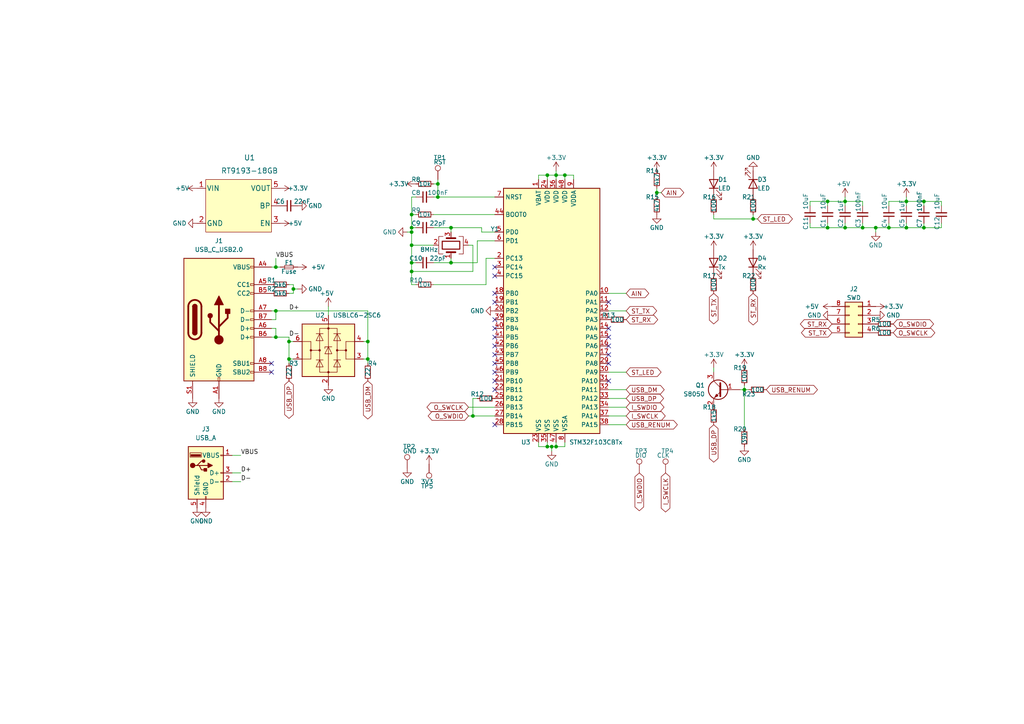
<source format=kicad_sch>
(kicad_sch (version 20211123) (generator eeschema)
  (paper "A4")
  (lib_symbols
    (symbol "Connector:TestPoint" (pin_numbers hide) (pin_names (offset 0.762) hide)
      (property "Reference" "TP" (at 0 6.858 0))
      (property "Value" "TestPoint" (at 0 5.08 0))
      (symbol "TestPoint_0_1"
        (circle (center 0 3.302) (radius 0.762))
      )
      (symbol "TestPoint_1_1"
        (pin passive line (at 0 0 90) (length 2.54) (name "1") (number "1"))
      )
    )
    (symbol "Connector:USB_A" (pin_names (offset 1.016))
      (property "Reference" "J" (at -5.08 11.43 0))
      (property "Value" "USB_A" (at -5.08 8.89 0))
      (symbol "USB_A_0_1"
        (rectangle (start -5.08 -7.62) (end 5.08 7.62) (stroke (width 0.254)) (fill (type background)))
        (circle (center -3.81 2.159) (radius 0.635) (stroke (width 0.254)) (fill (type outline)))
        (rectangle (start -1.524 4.826) (end -4.318 5.334) (fill (type outline)))
        (rectangle (start -1.27 4.572) (end -4.572 5.842))
        (circle (center -0.635 3.429) (radius 0.381) (stroke (width 0.254)) (fill (type outline)))
        (rectangle (start -0.127 -7.62) (end 0.127 -6.858))
        (polyline (pts (xy -3.175 2.159) (xy -2.54 2.159) (xy -1.27 3.429) (xy -0.635 3.429)) (stroke (width 0.254)))
        (polyline (pts (xy -2.54 2.159) (xy -1.905 2.159) (xy -1.27 0.889) (xy 0 0.889)) (stroke (width 0.254)))
        (polyline (pts (xy 0.635 2.794) (xy 0.635 1.524) (xy 1.905 2.159) (xy 0.635 2.794)) (stroke (width 0.254)) (fill (type outline)))
        (rectangle (start 0.254 1.27) (end -0.508 0.508) (stroke (width 0.254)) (fill (type outline)))
        (rectangle (start 5.08 -2.667) (end 4.318 -2.413))
        (rectangle (start 5.08 -0.127) (end 4.318 0.127))
        (rectangle (start 5.08 4.953) (end 4.318 5.207))
      )
      (symbol "USB_A_1_1"
        (polyline (pts (xy -1.905 2.159) (xy 0.635 2.159)) (stroke (width 0.254)))
        (pin power_in line (at 7.62 5.08 180) (length 2.54) (name "VBUS") (number "1"))
        (pin bidirectional line (at 7.62 -2.54 180) (length 2.54) (name "D-") (number "2"))
        (pin bidirectional line (at 7.62 0 180) (length 2.54) (name "D+") (number "3"))
        (pin power_in line (at 0 -10.16 90) (length 2.54) (name "GND") (number "4"))
        (pin passive line (at -2.54 -10.16 90) (length 2.54) (name "Shield") (number "5"))
      )
    )
    (symbol "Connector:USB_C_Receptacle_USB2.0" (pin_names (offset 1.016))
      (property "Reference" "J" (at -10.16 19.05 0))
      (property "Value" "USB_C_Receptacle_USB2.0" (at 19.05 19.05 0))
      (symbol "USB_C_Receptacle_USB2.0_0_0"
        (rectangle (start -0.254 -17.78) (end 0.254 -16.764))
        (rectangle (start 10.16 -14.986) (end 9.144 -15.494))
        (rectangle (start 10.16 -12.446) (end 9.144 -12.954))
        (rectangle (start 10.16 -4.826) (end 9.144 -5.334))
        (rectangle (start 10.16 -2.286) (end 9.144 -2.794))
        (rectangle (start 10.16 0.254) (end 9.144 -0.254))
        (rectangle (start 10.16 2.794) (end 9.144 2.286))
        (rectangle (start 10.16 7.874) (end 9.144 7.366))
        (rectangle (start 10.16 10.414) (end 9.144 9.906))
        (rectangle (start 10.16 15.494) (end 9.144 14.986))
      )
      (symbol "USB_C_Receptacle_USB2.0_0_1"
        (rectangle (start -10.16 17.78) (end 10.16 -17.78) (stroke (width 0.254)) (fill (type background)))
        (arc (start -8.89 -3.81) (mid -6.985 -5.715) (end -5.08 -3.81) (stroke (width 0.508)))
        (arc (start -7.62 -3.81) (mid -6.985 -4.445) (end -6.35 -3.81) (stroke (width 0.254)))
        (arc (start -7.62 -3.81) (mid -6.985 -4.445) (end -6.35 -3.81) (stroke (width 0.254)) (fill (type outline)))
        (rectangle (start -7.62 -3.81) (end -6.35 3.81) (stroke (width 0.254)) (fill (type outline)))
        (arc (start -6.35 3.81) (mid -6.985 4.445) (end -7.62 3.81) (stroke (width 0.254)))
        (arc (start -6.35 3.81) (mid -6.985 4.445) (end -7.62 3.81) (stroke (width 0.254)) (fill (type outline)))
        (arc (start -5.08 3.81) (mid -6.985 5.715) (end -8.89 3.81) (stroke (width 0.508)))
        (circle (center -2.54 1.143) (radius 0.635) (stroke (width 0.254)) (fill (type outline)))
        (circle (center 0 -5.842) (radius 1.27) (fill (type outline)))
        (polyline (pts (xy -8.89 -3.81) (xy -8.89 3.81)) (stroke (width 0.508)))
        (polyline (pts (xy -5.08 3.81) (xy -5.08 -3.81)) (stroke (width 0.508)))
        (polyline (pts (xy 0 -5.842) (xy 0 4.318)) (stroke (width 0.508)))
        (polyline (pts (xy 0 -3.302) (xy -2.54 -0.762) (xy -2.54 0.508)) (stroke (width 0.508)))
        (polyline (pts (xy 0 -2.032) (xy 2.54 0.508) (xy 2.54 1.778)) (stroke (width 0.508)))
        (polyline (pts (xy -1.27 4.318) (xy 0 6.858) (xy 1.27 4.318) (xy -1.27 4.318)) (stroke (width 0.254)) (fill (type outline)))
        (rectangle (start 1.905 1.778) (end 3.175 3.048) (stroke (width 0.254)) (fill (type outline)))
      )
      (symbol "USB_C_Receptacle_USB2.0_1_1"
        (pin passive line (at 0 -22.86 90) (length 5.08) (name "GND") (number "A1"))
        (pin passive line (at 0 -22.86 90) (length 5.08) hide (name "GND") (number "A12"))
        (pin passive line (at 15.24 15.24 180) (length 5.08) (name "VBUS") (number "A4"))
        (pin bidirectional line (at 15.24 10.16 180) (length 5.08) (name "CC1") (number "A5"))
        (pin bidirectional line (at 15.24 -2.54 180) (length 5.08) (name "D+") (number "A6"))
        (pin bidirectional line (at 15.24 2.54 180) (length 5.08) (name "D-") (number "A7"))
        (pin bidirectional line (at 15.24 -12.7 180) (length 5.08) (name "SBU1") (number "A8"))
        (pin passive line (at 15.24 15.24 180) (length 5.08) hide (name "VBUS") (number "A9"))
        (pin passive line (at 0 -22.86 90) (length 5.08) hide (name "GND") (number "B1"))
        (pin passive line (at 0 -22.86 90) (length 5.08) hide (name "GND") (number "B12"))
        (pin passive line (at 15.24 15.24 180) (length 5.08) hide (name "VBUS") (number "B4"))
        (pin bidirectional line (at 15.24 7.62 180) (length 5.08) (name "CC2") (number "B5"))
        (pin bidirectional line (at 15.24 -5.08 180) (length 5.08) (name "D+") (number "B6"))
        (pin bidirectional line (at 15.24 0 180) (length 5.08) (name "D-") (number "B7"))
        (pin bidirectional line (at 15.24 -15.24 180) (length 5.08) (name "SBU2") (number "B8"))
        (pin passive line (at 15.24 15.24 180) (length 5.08) hide (name "VBUS") (number "B9"))
        (pin passive line (at -7.62 -22.86 90) (length 5.08) (name "SHIELD") (number "S1"))
      )
    )
    (symbol "Connector_Generic:Conn_02x04_Counter_Clockwise" (pin_names (offset 1.016) hide)
      (property "Reference" "J" (at 1.27 5.08 0))
      (property "Value" "Conn_02x04_Counter_Clockwise" (at 1.27 -7.62 0))
      (symbol "Conn_02x04_Counter_Clockwise_1_1"
        (rectangle (start -1.27 -4.953) (end 0 -5.207) (stroke (width 0.1524)))
        (rectangle (start -1.27 -2.413) (end 0 -2.667) (stroke (width 0.1524)))
        (rectangle (start -1.27 0.127) (end 0 -0.127) (stroke (width 0.1524)))
        (rectangle (start -1.27 2.667) (end 0 2.413) (stroke (width 0.1524)))
        (rectangle (start -1.27 3.81) (end 3.81 -6.35) (stroke (width 0.254)) (fill (type background)))
        (rectangle (start 3.81 -4.953) (end 2.54 -5.207) (stroke (width 0.1524)))
        (rectangle (start 3.81 -2.413) (end 2.54 -2.667) (stroke (width 0.1524)))
        (rectangle (start 3.81 0.127) (end 2.54 -0.127) (stroke (width 0.1524)))
        (rectangle (start 3.81 2.667) (end 2.54 2.413) (stroke (width 0.1524)))
        (pin passive line (at -5.08 2.54 0) (length 3.81) (name "Pin_1") (number "1"))
        (pin passive line (at -5.08 0 0) (length 3.81) (name "Pin_2") (number "2"))
        (pin passive line (at -5.08 -2.54 0) (length 3.81) (name "Pin_3") (number "3"))
        (pin passive line (at -5.08 -5.08 0) (length 3.81) (name "Pin_4") (number "4"))
        (pin passive line (at 7.62 -5.08 180) (length 3.81) (name "Pin_5") (number "5"))
        (pin passive line (at 7.62 -2.54 180) (length 3.81) (name "Pin_6") (number "6"))
        (pin passive line (at 7.62 0 180) (length 3.81) (name "Pin_7") (number "7"))
        (pin passive line (at 7.62 2.54 180) (length 3.81) (name "Pin_8") (number "8"))
      )
    )
    (symbol "Device:C_Small" (pin_numbers hide) (pin_names (offset 0.254) hide)
      (property "Reference" "C" (at 0.254 1.778 0))
      (property "Value" "C_Small" (at 0.254 -2.032 0))
      (symbol "C_Small_0_1"
        (polyline (pts (xy -1.524 -0.508) (xy 1.524 -0.508)) (stroke (width 0.3302)))
        (polyline (pts (xy -1.524 0.508) (xy 1.524 0.508)) (stroke (width 0.3048)))
      )
      (symbol "C_Small_1_1"
        (pin passive line (at 0 2.54 270) (length 2.032) (name "~") (number "1"))
        (pin passive line (at 0 -2.54 90) (length 2.032) (name "~") (number "2"))
      )
    )
    (symbol "Device:Crystal_GND24" (pin_names (offset 1.016) hide)
      (property "Reference" "Y" (at 3.175 5.08 0))
      (property "Value" "Crystal_GND24" (at 3.175 3.175 0))
      (symbol "Crystal_GND24_0_1"
        (rectangle (start -1.143 2.54) (end 1.143 -2.54) (stroke (width 0.3048)))
        (polyline (pts (xy -2.54 0) (xy -2.032 0)))
        (polyline (pts (xy -2.032 -1.27) (xy -2.032 1.27)) (stroke (width 0.508)))
        (polyline (pts (xy 0 -3.81) (xy 0 -3.556)))
        (polyline (pts (xy 0 3.556) (xy 0 3.81)))
        (polyline (pts (xy 2.032 -1.27) (xy 2.032 1.27)) (stroke (width 0.508)))
        (polyline (pts (xy 2.032 0) (xy 2.54 0)))
        (polyline (pts (xy -2.54 -2.286) (xy -2.54 -3.556) (xy 2.54 -3.556) (xy 2.54 -2.286)))
        (polyline (pts (xy -2.54 2.286) (xy -2.54 3.556) (xy 2.54 3.556) (xy 2.54 2.286)))
      )
      (symbol "Crystal_GND24_1_1"
        (pin passive line (at -3.81 0 0) (length 1.27) (name "1") (number "1"))
        (pin passive line (at 0 5.08 270) (length 1.27) (name "2") (number "2"))
        (pin passive line (at 3.81 0 180) (length 1.27) (name "3") (number "3"))
        (pin passive line (at 0 -5.08 90) (length 1.27) (name "4") (number "4"))
      )
    )
    (symbol "Device:Fuse_Small" (pin_numbers hide) (pin_names (offset 0.254) hide)
      (property "Reference" "F" (at 0 -1.524 0))
      (property "Value" "Fuse_Small" (at 0 1.524 0))
      (symbol "Fuse_Small_0_1"
        (rectangle (start -1.27 0.508) (end 1.27 -0.508))
        (polyline (pts (xy -1.27 0) (xy 1.27 0)))
      )
      (symbol "Fuse_Small_1_1"
        (pin passive line (at -2.54 0 0) (length 1.27) (name "~") (number "1"))
        (pin passive line (at 2.54 0 180) (length 1.27) (name "~") (number "2"))
      )
    )
    (symbol "Device:LED" (pin_numbers hide) (pin_names (offset 1.016) hide)
      (property "Reference" "D" (at 0 2.54 0))
      (property "Value" "LED" (at 0 -2.54 0))
      (symbol "LED_0_1"
        (polyline (pts (xy -1.27 -1.27) (xy -1.27 1.27)) (stroke (width 0.254)))
        (polyline (pts (xy -1.27 0) (xy 1.27 0)))
        (polyline (pts (xy 1.27 -1.27) (xy 1.27 1.27) (xy -1.27 0) (xy 1.27 -1.27)) (stroke (width 0.254)))
        (polyline (pts (xy -3.048 -0.762) (xy -4.572 -2.286) (xy -3.81 -2.286) (xy -4.572 -2.286) (xy -4.572 -1.524)))
        (polyline (pts (xy -1.778 -0.762) (xy -3.302 -2.286) (xy -2.54 -2.286) (xy -3.302 -2.286) (xy -3.302 -1.524)))
      )
      (symbol "LED_1_1"
        (pin passive line (at -3.81 0 0) (length 2.54) (name "K") (number "1"))
        (pin passive line (at 3.81 0 180) (length 2.54) (name "A") (number "2"))
      )
    )
    (symbol "Device:R_Small" (pin_numbers hide) (pin_names (offset 0.254) hide)
      (property "Reference" "R" (at 0.762 0.508 0))
      (property "Value" "R_Small" (at 0.762 -1.016 0))
      (symbol "R_Small_0_1"
        (rectangle (start -0.762 1.778) (end 0.762 -1.778) (stroke (width 0.2032)))
      )
      (symbol "R_Small_1_1"
        (pin passive line (at 0 2.54 270) (length 0.762) (name "~") (number "1"))
        (pin passive line (at 0 -2.54 90) (length 0.762) (name "~") (number "2"))
      )
    )
    (symbol "IC:RT9193-18GB" (pin_names (offset 0.254))
      (property "Reference" "U" (at 17.78 8.89 0))
      (property "Value" "RT9193-18GB" (at 17.78 6.35 0))
      (symbol "RT9193-18GB_0_1"
        (rectangle (start 7.62 5.08) (end 26.67 -10.16) (fill (type background)))
      )
      (symbol "RT9193-18GB_1_1"
        (pin power_in line (at 5.08 2.54 0) (length 2.54) (name "VIN") (number "1"))
        (pin power_in line (at 5.08 -7.62 0) (length 2.54) (name "GND") (number "2"))
        (pin input line (at 29.21 -7.62 180) (length 2.54) (name "EN") (number "3"))
        (pin passive line (at 29.21 -2.54 180) (length 2.54) (name "BP") (number "4"))
        (pin output line (at 29.21 2.54 180) (length 2.54) (name "VOUT") (number "5"))
      )
    )
    (symbol "MCU_ST_STM32F1:STM32F103CBTx"
      (property "Reference" "U" (at -15.24 36.83 0))
      (property "Value" "STM32F103CBTx" (at 7.62 36.83 0))
      (symbol "STM32F103CBTx_0_1"
        (rectangle (start -15.24 -35.56) (end 12.7 35.56) (stroke (width 0.254)) (fill (type background)))
      )
      (symbol "STM32F103CBTx_1_1"
        (pin power_in line (at -5.08 38.1 270) (length 2.54) (name "VBAT") (number "1"))
        (pin bidirectional line (at 15.24 5.08 180) (length 2.54) (name "PA0") (number "10"))
        (pin bidirectional line (at 15.24 2.54 180) (length 2.54) (name "PA1") (number "11"))
        (pin bidirectional line (at 15.24 0 180) (length 2.54) (name "PA2") (number "12"))
        (pin bidirectional line (at 15.24 -2.54 180) (length 2.54) (name "PA3") (number "13"))
        (pin bidirectional line (at 15.24 -5.08 180) (length 2.54) (name "PA4") (number "14"))
        (pin bidirectional line (at 15.24 -7.62 180) (length 2.54) (name "PA5") (number "15"))
        (pin bidirectional line (at 15.24 -10.16 180) (length 2.54) (name "PA6") (number "16"))
        (pin bidirectional line (at 15.24 -12.7 180) (length 2.54) (name "PA7") (number "17"))
        (pin bidirectional line (at -17.78 5.08 0) (length 2.54) (name "PB0") (number "18"))
        (pin bidirectional line (at -17.78 2.54 0) (length 2.54) (name "PB1") (number "19"))
        (pin bidirectional line (at -17.78 15.24 0) (length 2.54) (name "PC13") (number "2"))
        (pin bidirectional line (at -17.78 0 0) (length 2.54) (name "PB2") (number "20"))
        (pin bidirectional line (at -17.78 -20.32 0) (length 2.54) (name "PB10") (number "21"))
        (pin bidirectional line (at -17.78 -22.86 0) (length 2.54) (name "PB11") (number "22"))
        (pin power_in line (at -5.08 -38.1 90) (length 2.54) (name "VSS") (number "23"))
        (pin power_in line (at -2.54 38.1 270) (length 2.54) (name "VDD") (number "24"))
        (pin bidirectional line (at -17.78 -25.4 0) (length 2.54) (name "PB12") (number "25"))
        (pin bidirectional line (at -17.78 -27.94 0) (length 2.54) (name "PB13") (number "26"))
        (pin bidirectional line (at -17.78 -30.48 0) (length 2.54) (name "PB14") (number "27"))
        (pin bidirectional line (at -17.78 -33.02 0) (length 2.54) (name "PB15") (number "28"))
        (pin bidirectional line (at 15.24 -15.24 180) (length 2.54) (name "PA8") (number "29"))
        (pin bidirectional line (at -17.78 12.7 0) (length 2.54) (name "PC14") (number "3"))
        (pin bidirectional line (at 15.24 -17.78 180) (length 2.54) (name "PA9") (number "30"))
        (pin bidirectional line (at 15.24 -20.32 180) (length 2.54) (name "PA10") (number "31"))
        (pin bidirectional line (at 15.24 -22.86 180) (length 2.54) (name "PA11") (number "32"))
        (pin bidirectional line (at 15.24 -25.4 180) (length 2.54) (name "PA12") (number "33"))
        (pin bidirectional line (at 15.24 -27.94 180) (length 2.54) (name "PA13") (number "34"))
        (pin power_in line (at -2.54 -38.1 90) (length 2.54) (name "VSS") (number "35"))
        (pin power_in line (at 0 38.1 270) (length 2.54) (name "VDD") (number "36"))
        (pin bidirectional line (at 15.24 -30.48 180) (length 2.54) (name "PA14") (number "37"))
        (pin bidirectional line (at 15.24 -33.02 180) (length 2.54) (name "PA15") (number "38"))
        (pin bidirectional line (at -17.78 -2.54 0) (length 2.54) (name "PB3") (number "39"))
        (pin bidirectional line (at -17.78 10.16 0) (length 2.54) (name "PC15") (number "4"))
        (pin bidirectional line (at -17.78 -5.08 0) (length 2.54) (name "PB4") (number "40"))
        (pin bidirectional line (at -17.78 -7.62 0) (length 2.54) (name "PB5") (number "41"))
        (pin bidirectional line (at -17.78 -10.16 0) (length 2.54) (name "PB6") (number "42"))
        (pin bidirectional line (at -17.78 -12.7 0) (length 2.54) (name "PB7") (number "43"))
        (pin input line (at -17.78 27.94 0) (length 2.54) (name "BOOT0") (number "44"))
        (pin bidirectional line (at -17.78 -15.24 0) (length 2.54) (name "PB8") (number "45"))
        (pin bidirectional line (at -17.78 -17.78 0) (length 2.54) (name "PB9") (number "46"))
        (pin power_in line (at 0 -38.1 90) (length 2.54) (name "VSS") (number "47"))
        (pin power_in line (at 2.54 38.1 270) (length 2.54) (name "VDD") (number "48"))
        (pin input line (at -17.78 22.86 0) (length 2.54) (name "PD0") (number "5"))
        (pin input line (at -17.78 20.32 0) (length 2.54) (name "PD1") (number "6"))
        (pin input line (at -17.78 33.02 0) (length 2.54) (name "NRST") (number "7"))
        (pin power_in line (at 2.54 -38.1 90) (length 2.54) (name "VSSA") (number "8"))
        (pin power_in line (at 5.08 38.1 270) (length 2.54) (name "VDDA") (number "9"))
      )
    )
    (symbol "Power_Protection:USBLC6-2SC6" (pin_names hide)
      (property "Reference" "U" (at 2.54 8.89 0))
      (property "Value" "USBLC6-2SC6" (at 2.54 -8.89 0))
      (symbol "USBLC6-2SC6_0_1"
        (rectangle (start -7.62 -7.62) (end 7.62 7.62) (stroke (width 0.254)) (fill (type background)))
        (circle (center -5.08 0) (radius 0.254) (fill (type outline)))
        (circle (center -2.54 0) (radius 0.254) (fill (type outline)))
        (rectangle (start -2.54 6.35) (end 2.54 -6.35))
        (circle (center 0 -6.35) (radius 0.254) (fill (type outline)))
        (polyline (pts (xy -5.08 -2.54) (xy -7.62 -2.54)))
        (polyline (pts (xy -5.08 0) (xy -5.08 -2.54)))
        (polyline (pts (xy -5.08 2.54) (xy -7.62 2.54)))
        (polyline (pts (xy -1.524 -2.794) (xy -3.556 -2.794)))
        (polyline (pts (xy -1.524 4.826) (xy -3.556 4.826)))
        (polyline (pts (xy 0 -7.62) (xy 0 -6.35)))
        (polyline (pts (xy 0 -6.35) (xy 0 1.27)))
        (polyline (pts (xy 0 1.27) (xy 0 6.35)))
        (polyline (pts (xy 0 6.35) (xy 0 7.62)))
        (polyline (pts (xy 1.524 -2.794) (xy 3.556 -2.794)))
        (polyline (pts (xy 1.524 4.826) (xy 3.556 4.826)))
        (polyline (pts (xy 5.08 -2.54) (xy 7.62 -2.54)))
        (polyline (pts (xy 5.08 0) (xy 5.08 -2.54)))
        (polyline (pts (xy 5.08 2.54) (xy 7.62 2.54)))
        (polyline (pts (xy -2.54 0) (xy -5.08 0) (xy -5.08 2.54)))
        (polyline (pts (xy 2.54 0) (xy 5.08 0) (xy 5.08 2.54)))
        (polyline (pts (xy -3.556 -4.826) (xy -1.524 -4.826) (xy -2.54 -2.794) (xy -3.556 -4.826)))
        (polyline (pts (xy -3.556 2.794) (xy -1.524 2.794) (xy -2.54 4.826) (xy -3.556 2.794)))
        (polyline (pts (xy -1.016 -1.016) (xy 1.016 -1.016) (xy 0 1.016) (xy -1.016 -1.016)))
        (polyline (pts (xy 1.016 1.016) (xy 0.762 1.016) (xy -1.016 1.016) (xy -1.016 0.508)))
        (polyline (pts (xy 3.556 -4.826) (xy 1.524 -4.826) (xy 2.54 -2.794) (xy 3.556 -4.826)))
        (polyline (pts (xy 3.556 2.794) (xy 1.524 2.794) (xy 2.54 4.826) (xy 3.556 2.794)))
        (circle (center 0 6.35) (radius 0.254) (fill (type outline)))
        (circle (center 2.54 0) (radius 0.254) (fill (type outline)))
        (circle (center 5.08 0) (radius 0.254) (fill (type outline)))
      )
      (symbol "USBLC6-2SC6_1_1"
        (pin passive line (at -10.16 -2.54 0) (length 2.54) (name "I/O1") (number "1"))
        (pin passive line (at 0 -10.16 90) (length 2.54) (name "GND") (number "2"))
        (pin passive line (at 10.16 -2.54 180) (length 2.54) (name "I/O2") (number "3"))
        (pin passive line (at 10.16 2.54 180) (length 2.54) (name "I/O2") (number "4"))
        (pin passive line (at 0 10.16 270) (length 2.54) (name "VBUS") (number "5"))
        (pin passive line (at -10.16 2.54 0) (length 2.54) (name "I/O1") (number "6"))
      )
    )
    (symbol "Transistor_BJT:BC847" (pin_names (offset 0) hide)
      (property "Reference" "Q" (at 5.08 1.905 0))
      (property "Value" "BC847" (at 5.08 0 0))
      (symbol "BC847_0_1"
        (polyline (pts (xy 0.635 0.635) (xy 2.54 2.54)))
        (polyline (pts (xy 0.635 -0.635) (xy 2.54 -2.54) (xy 2.54 -2.54)))
        (polyline (pts (xy 0.635 1.905) (xy 0.635 -1.905) (xy 0.635 -1.905)) (stroke (width 0.508)))
        (polyline (pts (xy 1.27 -1.778) (xy 1.778 -1.27) (xy 2.286 -2.286) (xy 1.27 -1.778) (xy 1.27 -1.778)) (fill (type outline)))
        (circle (center 1.27 0) (radius 2.8194) (stroke (width 0.254)))
      )
      (symbol "BC847_1_1"
        (pin input line (at -5.08 0 0) (length 5.715) (name "B") (number "1"))
        (pin passive line (at 2.54 -5.08 90) (length 2.54) (name "E") (number "2"))
        (pin passive line (at 2.54 5.08 270) (length 2.54) (name "C") (number "3"))
      )
    )
    (symbol "power:+3.3V" (power) (pin_names (offset 0))
      (property "Value" "+3.3V" (at 0 3.556 0))
      (symbol "+3.3V_0_1"
        (polyline (pts (xy -0.762 1.27) (xy 0 2.54)))
        (polyline (pts (xy 0 0) (xy 0 2.54)))
        (polyline (pts (xy 0 2.54) (xy 0.762 1.27)))
      )
      (symbol "+3.3V_1_1"
        (pin power_in line (at 0 0 90) (length 0) hide (name "+3.3V") (number "1"))
      )
    )
    (symbol "power:+5V" (power) (pin_names (offset 0))
      (property "Value" "+5V" (at 0 3.556 0))
      (symbol "+5V_0_1"
        (polyline (pts (xy -0.762 1.27) (xy 0 2.54)))
        (polyline (pts (xy 0 0) (xy 0 2.54)))
        (polyline (pts (xy 0 2.54) (xy 0.762 1.27)))
      )
      (symbol "+5V_1_1"
        (pin power_in line (at 0 0 90) (length 0) hide (name "+5V") (number "1"))
      )
    )
    (symbol "power:GND" (power) (pin_names (offset 0))
      (property "Value" "GND" (at 0 -3.81 0))
      (symbol "GND_0_1"
        (polyline (pts (xy 0 0) (xy 0 -1.27) (xy 1.27 -1.27) (xy 0 -2.54) (xy -1.27 -1.27) (xy 0 -1.27)))
      )
      (symbol "GND_1_1"
        (pin power_in line (at 0 0 270) (length 0) hide (name "GND") (number "1"))
      )
    )
  )
  (junction (at 267.97 58.42))
  (junction (at 137.16 120.65))
  (junction (at 83.82 104.14))
  (junction (at 119.38 71.12))
  (junction (at 257.81 66.04))
  (junction (at 119.38 66.04))
  (junction (at 127 53.34))
  (junction (at 127 57.15))
  (junction (at 80.01 90.17))
  (junction (at 83.82 99.06))
  (junction (at 160.02 129.54))
  (junction (at 262.89 58.42))
  (junction (at 245.11 66.04))
  (junction (at 190.5 55.88))
  (junction (at 106.68 99.06))
  (junction (at 250.19 66.04))
  (junction (at 158.75 50.8))
  (junction (at 119.38 67.31))
  (junction (at 240.03 66.04))
  (junction (at 161.29 50.8))
  (junction (at 163.83 50.8))
  (junction (at 262.89 66.04))
  (junction (at 161.29 129.54))
  (junction (at 80.01 97.79))
  (junction (at 106.68 104.14))
  (junction (at 245.11 58.42))
  (junction (at 218.44 63.5))
  (junction (at 215.9 113.03))
  (junction (at 158.75 129.54))
  (junction (at 119.38 62.23))
  (junction (at 130.81 76.2))
  (junction (at 119.38 76.2))
  (junction (at 119.38 78.74))
  (junction (at 240.03 58.42))
  (junction (at 267.97 66.04))
  (junction (at 254 66.04))
  (junction (at 80.01 77.47))
  (junction (at 130.81 66.04))
  (junction (at 85.09 83.82))
  (no_connect (at 143.51 102.87))
  (no_connect (at 143.51 95.25))
  (no_connect (at 176.53 100.33))
  (no_connect (at 143.51 80.01))
  (no_connect (at 143.51 85.09))
  (no_connect (at 143.51 97.79))
  (no_connect (at 143.51 110.49))
  (no_connect (at 176.53 105.41))
  (no_connect (at 143.51 100.33))
  (no_connect (at 176.53 110.49))
  (no_connect (at 143.51 77.47))
  (no_connect (at 176.53 102.87))
  (no_connect (at 143.51 113.03))
  (no_connect (at 143.51 123.19))
  (no_connect (at 176.53 95.25))
  (no_connect (at 176.53 87.63))
  (no_connect (at 176.53 97.79))
  (no_connect (at 143.51 92.71))
  (no_connect (at 78.74 107.95))
  (no_connect (at 78.74 105.41))
  (no_connect (at 143.51 87.63))
  (no_connect (at 143.51 107.95))
  (no_connect (at 143.51 105.41))
  (wire (pts (xy 207.01 62.23) (xy 207.01 63.5)))
  (wire (pts (xy 161.29 128.27) (xy 161.29 129.54)))
  (wire (pts (xy 234.95 66.04) (xy 240.03 66.04)))
  (wire (pts (xy 250.19 58.42) (xy 250.19 59.69)))
  (wire (pts (xy 80.01 95.25) (xy 80.01 97.79)))
  (wire (pts (xy 130.81 66.04) (xy 130.81 67.31)))
  (wire (pts (xy 163.83 50.8) (xy 166.37 50.8)))
  (wire (pts (xy 80.01 92.71) (xy 80.01 90.17)))
  (wire (pts (xy 215.9 111.76) (xy 215.9 113.03)))
  (wire (pts (xy 125.73 57.15) (xy 127 57.15)))
  (wire (pts (xy 190.5 55.88) (xy 191.77 55.88)))
  (wire (pts (xy 215.9 113.03) (xy 215.9 124.46)))
  (wire (pts (xy 138.43 76.2) (xy 130.81 76.2)))
  (wire (pts (xy 81.28 77.47) (xy 80.01 77.47)))
  (wire (pts (xy 245.11 64.77) (xy 245.11 66.04)))
  (wire (pts (xy 137.16 78.74) (xy 119.38 78.74)))
  (wire (pts (xy 181.61 85.09) (xy 176.53 85.09)))
  (wire (pts (xy 161.29 129.54) (xy 160.02 129.54)))
  (wire (pts (xy 119.38 67.31) (xy 119.38 71.12)))
  (wire (pts (xy 80.01 77.47) (xy 78.74 77.47)))
  (wire (pts (xy 119.38 82.55) (xy 119.38 78.74)))
  (wire (pts (xy 218.44 63.5) (xy 219.71 63.5)))
  (wire (pts (xy 160.02 129.54) (xy 158.75 129.54)))
  (wire (pts (xy 176.53 123.19) (xy 181.61 123.19)))
  (wire (pts (xy 120.65 82.55) (xy 119.38 82.55)))
  (wire (pts (xy 273.05 59.69) (xy 273.05 58.42)))
  (wire (pts (xy 240.03 66.04) (xy 245.11 66.04)))
  (wire (pts (xy 190.5 55.88) (xy 190.5 57.15)))
  (wire (pts (xy 130.81 76.2) (xy 125.73 76.2)))
  (wire (pts (xy 125.73 62.23) (xy 143.51 62.23)))
  (wire (pts (xy 234.95 59.69) (xy 234.95 58.42)))
  (wire (pts (xy 190.5 54.61) (xy 190.5 55.88)))
  (wire (pts (xy 163.83 129.54) (xy 161.29 129.54)))
  (wire (pts (xy 158.75 128.27) (xy 158.75 129.54)))
  (wire (pts (xy 106.68 104.14) (xy 105.41 104.14)))
  (wire (pts (xy 137.16 120.65) (xy 137.16 115.57)))
  (wire (pts (xy 181.61 90.17) (xy 176.53 90.17)))
  (wire (pts (xy 118.11 67.31) (xy 119.38 67.31)))
  (wire (pts (xy 163.83 50.8) (xy 163.83 52.07)))
  (wire (pts (xy 273.05 66.04) (xy 267.97 66.04)))
  (wire (pts (xy 95.25 88.9) (xy 95.25 91.44)))
  (wire (pts (xy 119.38 66.04) (xy 119.38 62.23)))
  (wire (pts (xy 262.89 57.15) (xy 262.89 58.42)))
  (wire (pts (xy 135.89 118.11) (xy 143.51 118.11)))
  (wire (pts (xy 130.81 74.93) (xy 130.81 76.2)))
  (wire (pts (xy 158.75 50.8) (xy 161.29 50.8)))
  (wire (pts (xy 125.73 53.34) (xy 127 53.34)))
  (wire (pts (xy 135.89 71.12) (xy 137.16 71.12)))
  (wire (pts (xy 176.53 120.65) (xy 181.61 120.65)))
  (wire (pts (xy 85.09 82.55) (xy 85.09 83.82)))
  (wire (pts (xy 80.01 90.17) (xy 106.68 90.17)))
  (wire (pts (xy 140.97 82.55) (xy 140.97 74.93)))
  (wire (pts (xy 257.81 59.69) (xy 257.81 58.42)))
  (wire (pts (xy 135.89 120.65) (xy 137.16 120.65)))
  (wire (pts (xy 80.01 97.79) (xy 83.82 97.79)))
  (wire (pts (xy 254 66.04) (xy 257.81 66.04)))
  (wire (pts (xy 207.01 63.5) (xy 218.44 63.5)))
  (wire (pts (xy 163.83 128.27) (xy 163.83 129.54)))
  (wire (pts (xy 67.31 132.08) (xy 69.85 132.08)))
  (wire (pts (xy 127 53.34) (xy 127 57.15)))
  (wire (pts (xy 127 52.07) (xy 127 53.34)))
  (wire (pts (xy 161.29 49.53) (xy 161.29 50.8)))
  (wire (pts (xy 176.53 113.03) (xy 181.61 113.03)))
  (wire (pts (xy 78.74 92.71) (xy 80.01 92.71)))
  (wire (pts (xy 245.11 58.42) (xy 250.19 58.42)))
  (wire (pts (xy 267.97 66.04) (xy 267.97 64.77)))
  (wire (pts (xy 156.21 50.8) (xy 158.75 50.8)))
  (wire (pts (xy 138.43 69.85) (xy 138.43 76.2)))
  (wire (pts (xy 250.19 64.77) (xy 250.19 66.04)))
  (wire (pts (xy 137.16 71.12) (xy 137.16 78.74)))
  (wire (pts (xy 83.82 104.14) (xy 85.09 104.14)))
  (wire (pts (xy 250.19 66.04) (xy 254 66.04)))
  (wire (pts (xy 254 66.04) (xy 254 67.31)))
  (wire (pts (xy 125.73 66.04) (xy 130.81 66.04)))
  (wire (pts (xy 143.51 67.31) (xy 139.7 67.31)))
  (wire (pts (xy 267.97 58.42) (xy 267.97 59.69)))
  (wire (pts (xy 273.05 64.77) (xy 273.05 66.04)))
  (wire (pts (xy 143.51 120.65) (xy 137.16 120.65)))
  (wire (pts (xy 240.03 58.42) (xy 245.11 58.42)))
  (wire (pts (xy 67.31 139.7) (xy 69.85 139.7)))
  (wire (pts (xy 119.38 66.04) (xy 119.38 67.31)))
  (wire (pts (xy 83.82 105.41) (xy 83.82 104.14)))
  (wire (pts (xy 245.11 57.15) (xy 245.11 58.42)))
  (wire (pts (xy 176.53 118.11) (xy 181.61 118.11)))
  (wire (pts (xy 119.38 78.74) (xy 119.38 76.2)))
  (wire (pts (xy 119.38 76.2) (xy 120.65 76.2)))
  (wire (pts (xy 158.75 52.07) (xy 158.75 50.8)))
  (wire (pts (xy 176.53 107.95) (xy 181.61 107.95)))
  (wire (pts (xy 240.03 64.77) (xy 240.03 66.04)))
  (wire (pts (xy 156.21 129.54) (xy 156.21 128.27)))
  (wire (pts (xy 106.68 105.41) (xy 106.68 104.14)))
  (wire (pts (xy 234.95 58.42) (xy 240.03 58.42)))
  (wire (pts (xy 120.65 57.15) (xy 119.38 57.15)))
  (wire (pts (xy 119.38 71.12) (xy 125.73 71.12)))
  (wire (pts (xy 80.01 74.93) (xy 80.01 77.47)))
  (wire (pts (xy 245.11 58.42) (xy 245.11 59.69)))
  (wire (pts (xy 262.89 64.77) (xy 262.89 66.04)))
  (wire (pts (xy 262.89 58.42) (xy 262.89 59.69)))
  (wire (pts (xy 215.9 113.03) (xy 214.63 113.03)))
  (wire (pts (xy 245.11 66.04) (xy 250.19 66.04)))
  (wire (pts (xy 207.01 106.68) (xy 207.01 107.95)))
  (wire (pts (xy 257.81 66.04) (xy 262.89 66.04)))
  (wire (pts (xy 137.16 115.57) (xy 138.43 115.57)))
  (wire (pts (xy 234.95 64.77) (xy 234.95 66.04)))
  (wire (pts (xy 67.31 137.16) (xy 69.85 137.16)))
  (wire (pts (xy 139.7 67.31) (xy 139.7 66.04)))
  (wire (pts (xy 120.65 66.04) (xy 119.38 66.04)))
  (wire (pts (xy 257.81 58.42) (xy 262.89 58.42)))
  (wire (pts (xy 166.37 50.8) (xy 166.37 52.07)))
  (wire (pts (xy 139.7 66.04) (xy 130.81 66.04)))
  (wire (pts (xy 80.01 97.79) (xy 78.74 97.79)))
  (wire (pts (xy 161.29 50.8) (xy 161.29 52.07)))
  (wire (pts (xy 176.53 115.57) (xy 181.61 115.57)))
  (wire (pts (xy 160.02 129.54) (xy 160.02 130.81)))
  (wire (pts (xy 119.38 71.12) (xy 119.38 76.2)))
  (wire (pts (xy 80.01 90.17) (xy 78.74 90.17)))
  (wire (pts (xy 240.03 59.69) (xy 240.03 58.42)))
  (wire (pts (xy 106.68 99.06) (xy 105.41 99.06)))
  (wire (pts (xy 257.81 64.77) (xy 257.81 66.04)))
  (wire (pts (xy 143.51 69.85) (xy 138.43 69.85)))
  (wire (pts (xy 83.82 99.06) (xy 83.82 104.14)))
  (wire (pts (xy 125.73 82.55) (xy 140.97 82.55)))
  (wire (pts (xy 85.09 83.82) (xy 86.36 83.82)))
  (wire (pts (xy 262.89 58.42) (xy 267.97 58.42)))
  (wire (pts (xy 127 57.15) (xy 143.51 57.15)))
  (wire (pts (xy 78.74 95.25) (xy 80.01 95.25)))
  (wire (pts (xy 158.75 129.54) (xy 156.21 129.54)))
  (wire (pts (xy 161.29 50.8) (xy 163.83 50.8)))
  (wire (pts (xy 83.82 99.06) (xy 83.82 97.79)))
  (wire (pts (xy 262.89 66.04) (xy 267.97 66.04)))
  (wire (pts (xy 273.05 58.42) (xy 267.97 58.42)))
  (wire (pts (xy 106.68 90.17) (xy 106.68 99.06)))
  (wire (pts (xy 120.65 62.23) (xy 119.38 62.23)))
  (wire (pts (xy 106.68 99.06) (xy 106.68 104.14)))
  (wire (pts (xy 85.09 85.09) (xy 83.82 85.09)))
  (wire (pts (xy 83.82 82.55) (xy 85.09 82.55)))
  (wire (pts (xy 156.21 52.07) (xy 156.21 50.8)))
  (wire (pts (xy 85.09 99.06) (xy 83.82 99.06)))
  (wire (pts (xy 140.97 74.93) (xy 143.51 74.93)))
  (wire (pts (xy 215.9 113.03) (xy 217.17 113.03)))
  (wire (pts (xy 218.44 63.5) (xy 218.44 62.23)))
  (wire (pts (xy 119.38 62.23) (xy 119.38 57.15)))
  (wire (pts (xy 85.09 83.82) (xy 85.09 85.09)))
  (label "VBUS" (at 69.85 132.08 0))
  (label "D+" (at 69.85 137.16 0))
  (label "D+" (at 83.82 90.17 0))
  (label "D-" (at 69.85 139.7 0))
  (label "D-" (at 83.82 97.79 0))
  (label "VBUS" (at 80.01 74.93 0))
  (global_label "ST_TX" (shape bidirectional) (at 241.3 96.52 180) (property "Intersheet References" "${INTERSHEET_REFS}" (effects hide)))
  (global_label "USB_RENUM" (shape bidirectional) (at 181.61 123.19 0) (property "Intersheet References" "${INTERSHEET_REFS}" (effects hide)))
  (global_label "I_SWCLK" (shape bidirectional) (at 193.04 137.16 270) (property "Intersheet References" "${INTERSHEET_REFS}" (effects hide)))
  (global_label "I_SWCLK" (shape bidirectional) (at 181.61 120.65 0) (property "Intersheet References" "${INTERSHEET_REFS}" (effects hide)))
  (global_label "O_SWCLK" (shape bidirectional) (at 135.89 118.11 180) (property "Intersheet References" "${INTERSHEET_REFS}" (effects hide)))
  (global_label "ST_TX" (shape bidirectional) (at 181.61 90.17 0) (property "Intersheet References" "${INTERSHEET_REFS}" (effects hide)))
  (global_label "AIN" (shape bidirectional) (at 181.61 85.09 0) (property "Intersheet References" "${INTERSHEET_REFS}" (effects hide)))
  (global_label "O_SWDIO" (shape bidirectional) (at 135.89 120.65 180) (property "Intersheet References" "${INTERSHEET_REFS}" (effects hide)))
  (global_label "ST_LED" (shape bidirectional) (at 181.61 107.95 0) (property "Intersheet References" "${INTERSHEET_REFS}" (effects hide)))
  (global_label "AIN" (shape bidirectional) (at 191.77 55.88 0) (property "Intersheet References" "${INTERSHEET_REFS}" (effects hide)))
  (global_label "USB_DP" (shape bidirectional) (at 181.61 115.57 0) (property "Intersheet References" "${INTERSHEET_REFS}" (effects hide)))
  (global_label "ST_TX" (shape bidirectional) (at 207.01 85.09 270) (property "Intersheet References" "${INTERSHEET_REFS}" (effects hide)))
  (global_label "ST_LED" (shape bidirectional) (at 219.71 63.5 0) (property "Intersheet References" "${INTERSHEET_REFS}" (effects hide)))
  (global_label "ST_RX" (shape bidirectional) (at 241.3 93.98 180) (property "Intersheet References" "${INTERSHEET_REFS}" (effects hide)))
  (global_label "USB_DP" (shape bidirectional) (at 207.01 123.19 270) (property "Intersheet References" "${INTERSHEET_REFS}" (effects hide)))
  (global_label "USB_DM" (shape bidirectional) (at 181.61 113.03 0) (property "Intersheet References" "${INTERSHEET_REFS}" (effects hide)))
  (global_label "ST_RX" (shape bidirectional) (at 218.44 85.09 270) (property "Intersheet References" "${INTERSHEET_REFS}" (effects hide)))
  (global_label "ST_RX" (shape bidirectional) (at 181.61 92.71 0) (property "Intersheet References" "${INTERSHEET_REFS}" (effects hide)))
  (global_label "USB_DP" (shape bidirectional) (at 83.82 110.49 270) (property "Intersheet References" "${INTERSHEET_REFS}" (effects hide)))
  (global_label "I_SWDIO" (shape bidirectional) (at 181.61 118.11 0) (property "Intersheet References" "${INTERSHEET_REFS}" (effects hide)))
  (global_label "USB_DM" (shape bidirectional) (at 106.68 110.49 270) (property "Intersheet References" "${INTERSHEET_REFS}" (effects hide)))
  (global_label "O_SWDIO" (shape bidirectional) (at 259.08 93.98 0) (property "Intersheet References" "${INTERSHEET_REFS}" (effects hide)))
  (global_label "O_SWCLK" (shape bidirectional) (at 259.08 96.52 0) (property "Intersheet References" "${INTERSHEET_REFS}" (effects hide)))
  (global_label "USB_RENUM" (shape bidirectional) (at 222.25 113.03 0) (property "Intersheet References" "${INTERSHEET_REFS}" (effects hide)))
  (global_label "I_SWDIO" (shape bidirectional) (at 185.42 137.16 270) (property "Intersheet References" "${INTERSHEET_REFS}" (effects hide)))
  (symbol (lib_id "Device:R_Small") (at 140.97 115.57 90) (mirror x) (unit 1)
    (property "Reference" "R12" (at 138.43 114.3 90))
    (property "Value" "100" (at 140.97 115.57 90))
    (property "Footprint" "Resistor_SMD:R_0603_1608Metric" (effects hide))
  )
  (symbol (lib_id "power:+3.3V") (at 207.01 106.68 0) (unit 1)
    (property "Reference" "#PWR028" (effects hide))
    (property "Value" "+3.3V" (at 207.01 102.87 0))
  )
  (symbol (lib_id "power:GND") (at 57.15 147.32 0) (unit 1)
    (property "Reference" "#PWR033" (effects hide))
    (property "Value" "GND" (at 57.15 151.13 0))
  )
  (symbol (lib_id "MCU_ST_STM32F1:STM32F103CBTx") (at 161.29 90.17 0) (unit 1)
    (property "Reference" "U3" (at 151.13 128.27 0) (effects (justify left)))
    (property "Value" "STM32F103CBTx" (at 165.1 128.27 0) (effects (justify left)))
    (property "Footprint" "Package_QFP:LQFP-48_7x7mm_P0.5mm" (effects hide))
    (property "Datasheet" "http://www.st.com/st-web-ui/static/active/en/resource/technical/document/datasheet/CD00161566.pdf" (effects hide))
  )
  (symbol (lib_id "power:+3.3V") (at 81.28 54.61 270) (unit 1)
    (property "Reference" "#PWR08" (effects hide))
    (property "Value" "+3.3V" (at 86.36 54.61 90))
  )
  (symbol (lib_id "power:+5V") (at 95.25 88.9 0) (unit 1)
    (property "Reference" "#PWR013" (effects hide))
    (property "Value" "+5V" (at 92.71 85.09 0) (effects (justify left)))
  )
  (symbol (lib_id "power:GND") (at 57.15 64.77 270) (unit 1)
    (property "Reference" "#PWR03" (effects hide))
    (property "Value" "GND" (at 52.07 64.77 90))
  )
  (symbol (lib_id "power:GND") (at 254 91.44 90) (mirror x) (unit 1)
    (property "Reference" "#PWR0105" (effects hide))
    (property "Value" "GND" (at 259.08 91.44 90))
  )
  (symbol (lib_id "Transistor_BJT:BC847") (at 209.55 113.03 0) (mirror y) (unit 1)
    (property "Reference" "Q1" (at 204.47 111.76 0) (effects (justify left)))
    (property "Value" "S8050" (at 204.47 114.3 0) (effects (justify left)))
    (property "Footprint" "Package_TO_SOT_SMD:SOT-23" (effects hide))
    (property "Datasheet" "http://www.infineon.com/dgdl/Infineon-BC847SERIES_BC848SERIES_BC849SERIES_BC850SERIES-DS-v01_01-en.pdf?fileId=db3a304314dca389011541d4630a1657" (effects hide))
  )
  (symbol (lib_id "power:GND") (at 95.25 111.76 0) (unit 1)
    (property "Reference" "#PWR014" (effects hide))
    (property "Value" "GND" (at 95.25 115.57 0))
  )
  (symbol (lib_id "power:GND") (at 118.11 67.31 270) (unit 1)
    (property "Reference" "#PWR017" (effects hide))
    (property "Value" "GND" (at 113.03 67.31 90))
  )
  (symbol (lib_id "power:+5V") (at 86.36 77.47 270) (unit 1)
    (property "Reference" "#PWR011" (effects hide))
    (property "Value" "+5V" (at 90.17 77.4699 90) (effects (justify left)))
  )
  (symbol (lib_id "Device:LED") (at 207.01 53.34 90) (unit 1)
    (property "Reference" "D1" (at 208.28 52.07 90) (effects (justify right)))
    (property "Value" "LED" (at 208.28 54.61 90) (effects (justify right)))
    (property "Footprint" "LED_SMD:LED_0603_1608Metric" (effects hide))
  )
  (symbol (lib_id "IC:RT9193-18GB") (at 52.07 57.15 0) (unit 1)
    (property "Reference" "U1" (at 72.39 45.72 0) (effects (font (size 1.524 1.524))))
    (property "Value" "RT9193-18GB" (at 72.39 49.53 0) (effects (font (size 1.524 1.524))))
    (property "Footprint" "Package_TO_SOT_SMD:SOT-23-5" (effects hide))
    (property "Datasheet" "https://www.richtek.com/assets/product_file/RT9193/DS9193-18.pdf" (effects hide))
  )
  (symbol (lib_id "Device:C_Small") (at 123.19 66.04 90) (unit 1)
    (property "Reference" "C9" (at 120.65 64.77 90))
    (property "Value" "22pF" (at 127 64.77 90))
    (property "Footprint" "Capacitor_SMD:C_0603_1608Metric" (effects hide))
  )
  (symbol (lib_id "power:GND") (at 55.88 115.57 0) (unit 1)
    (property "Reference" "#PWR01" (effects hide))
    (property "Value" "GND" (at 55.88 119.38 0))
  )
  (symbol (lib_id "Device:R_Small") (at 207.01 120.65 0) (mirror x) (unit 1)
    (property "Reference" "R18" (at 205.74 118.11 0))
    (property "Value" "1k5" (at 207.01 120.65 90))
    (property "Footprint" "Resistor_SMD:R_0603_1608Metric" (effects hide))
  )
  (symbol (lib_id "Device:LED") (at 218.44 53.34 270) (unit 1)
    (property "Reference" "D3" (at 219.71 52.07 90) (effects (justify left)))
    (property "Value" "LED" (at 219.71 54.61 90) (effects (justify left)))
    (property "Footprint" "LED_SMD:LED_0603_1608Metric" (effects hide))
  )
  (symbol (lib_id "Device:C_Small") (at 83.82 59.69 90) (unit 1)
    (property "Reference" "C6" (at 81.28 58.42 90))
    (property "Value" "22nF" (at 87.63 58.42 90))
    (property "Footprint" "Capacitor_SMD:C_0603_1608Metric" (effects hide))
  )
  (symbol (lib_id "Device:R_Small") (at 190.5 59.69 180) (unit 1)
    (property "Reference" "R15" (at 189.23 57.15 0))
    (property "Value" "4k7" (at 190.5 59.69 90))
    (property "Footprint" "Resistor_SMD:R_0603_1608Metric" (effects hide))
  )
  (symbol (lib_id "Device:C_Small") (at 250.19 62.23 180) (unit 1)
    (property "Reference" "C3" (at 248.92 64.77 90))
    (property "Value" "100nF" (at 248.92 58.42 90))
    (property "Footprint" "Capacitor_SMD:C_0603_1608Metric" (effects hide))
  )
  (symbol (lib_id "Device:R_Small") (at 218.44 82.55 180) (unit 1)
    (property "Reference" "R22" (at 217.17 80.01 0))
    (property "Value" "100" (at 218.44 82.55 90))
    (property "Footprint" "Resistor_SMD:R_0603_1608Metric" (effects hide))
  )
  (symbol (lib_id "Device:C_Small") (at 240.03 62.23 180) (unit 1)
    (property "Reference" "C1" (at 238.76 64.77 90))
    (property "Value" "10uF" (at 238.76 58.42 90))
    (property "Footprint" "Capacitor_SMD:C_0805_2012Metric" (effects hide))
  )
  (symbol (lib_id "Device:R_Small") (at 219.71 113.03 90) (mirror x) (unit 1)
    (property "Reference" "R23" (at 217.17 114.3 90))
    (property "Value" "100" (at 219.71 113.03 90))
    (property "Footprint" "Resistor_SMD:R_0603_1608Metric" (effects hide))
  )
  (symbol (lib_id "power:+3.3V") (at 254 88.9 270) (mirror x) (unit 1)
    (property "Reference" "#PWR0106" (effects hide))
    (property "Value" "+3.3V" (at 259.08 88.9 90))
  )
  (symbol (lib_id "Connector:USB_A") (at 59.69 137.16 0) (unit 1)
    (property "Reference" "J3" (at 59.69 124.46 0))
    (property "Value" "USB_A" (at 59.69 127 0))
    (property "Footprint" "USB_TypeA_Male_SMD:USB_TypeA_Male_SMD" (effects hide))
    (property "Datasheet" " ~" (effects hide))
  )
  (symbol (lib_id "Device:R_Small") (at 190.5 52.07 180) (unit 1)
    (property "Reference" "R14" (at 189.23 49.53 0))
    (property "Value" "4k7" (at 190.5 52.07 90))
    (property "Footprint" "Resistor_SMD:R_0603_1608Metric" (effects hide))
  )
  (symbol (lib_id "Device:LED") (at 218.44 76.2 90) (unit 1)
    (property "Reference" "D4" (at 219.71 74.93 90) (effects (justify right)))
    (property "Value" "Rx" (at 219.71 77.47 90) (effects (justify right)))
    (property "Footprint" "LED_SMD:LED_0603_1608Metric" (effects hide))
  )
  (symbol (lib_id "Connector:TestPoint") (at 127 52.07 0) (unit 1)
    (property "Reference" "TP1" (at 125.73 45.72 0) (effects (justify left)))
    (property "Value" "RST" (at 125.73 46.99 0) (effects (justify left)))
    (property "Footprint" "TestPoint:TestPoint_Pad_D1.0mm" (effects hide))
  )
  (symbol (lib_id "Device:C_Small") (at 267.97 62.23 180) (unit 1)
    (property "Reference" "C7" (at 266.7 64.77 90))
    (property "Value" "100nF" (at 266.7 58.42 90))
    (property "Footprint" "Capacitor_SMD:C_0603_1608Metric" (effects hide))
  )
  (symbol (lib_id "Device:R_Small") (at 83.82 107.95 0) (unit 1)
    (property "Reference" "R3" (at 83.82 105.41 0) (effects (justify left)))
    (property "Value" "22" (at 83.82 109.22 90) (effects (justify left)))
    (property "Footprint" "Resistor_SMD:R_0603_1608Metric" (effects hide))
  )
  (symbol (lib_id "Connector:USB_C_Receptacle_USB2.0") (at 63.5 92.71 0) (unit 1)
    (property "Reference" "J1" (at 63.5 69.85 0))
    (property "Value" "USB_C_USB2.0" (at 63.5 72.39 0))
    (property "Footprint" "Connector_USB:USB_C_Receptacle_HRO_TYPE-C-31-M-12" (effects hide))
    (property "Datasheet" "https://www.usb.org/sites/default/files/documents/usb_type-c.zip" (effects hide))
  )
  (symbol (lib_id "power:+3.3V") (at 218.44 72.39 0) (unit 1)
    (property "Reference" "#PWR032" (effects hide))
    (property "Value" "+3.3V" (at 218.44 68.58 0))
  )
  (symbol (lib_id "Device:R_Small") (at 123.19 53.34 90) (unit 1)
    (property "Reference" "R8" (at 120.65 52.07 90))
    (property "Value" "10k" (at 123.19 53.34 90))
    (property "Footprint" "Resistor_SMD:R_0603_1608Metric" (effects hide))
  )
  (symbol (lib_id "Device:R_Small") (at 81.28 82.55 90) (unit 1)
    (property "Reference" "R1" (at 78.74 81.28 90))
    (property "Value" "5k6" (at 81.28 82.55 90))
    (property "Footprint" "Resistor_SMD:R_0603_1608Metric" (effects hide))
  )
  (symbol (lib_id "power:GND") (at 215.9 129.54 0) (mirror y) (unit 1)
    (property "Reference" "#PWR030" (effects hide))
    (property "Value" "GND" (at 215.9 133.35 0))
  )
  (symbol (lib_id "power:GND") (at 218.44 49.53 180) (unit 1)
    (property "Reference" "#PWR031" (effects hide))
    (property "Value" "GND" (at 218.44 45.72 0))
  )
  (symbol (lib_id "power:+5V") (at 57.15 54.61 90) (unit 1)
    (property "Reference" "#PWR02" (effects hide))
    (property "Value" "+5V" (at 50.8 54.61 90) (effects (justify right)))
  )
  (symbol (lib_id "Device:R_Small") (at 123.19 82.55 90) (unit 1)
    (property "Reference" "R10" (at 120.65 81.28 90))
    (property "Value" "10k" (at 123.19 82.55 90))
    (property "Footprint" "Resistor_SMD:R_0603_1608Metric" (effects hide))
  )
  (symbol (lib_id "power:+3.3V") (at 215.9 106.68 0) (mirror y) (unit 1)
    (property "Reference" "#PWR029" (effects hide))
    (property "Value" "+3.3V" (at 215.9 102.87 0))
  )
  (symbol (lib_id "Device:R_Small") (at 207.01 59.69 180) (unit 1)
    (property "Reference" "R16" (at 205.74 57.15 0))
    (property "Value" "100" (at 207.01 59.69 90))
    (property "Footprint" "Resistor_SMD:R_0603_1608Metric" (effects hide))
  )
  (symbol (lib_id "power:GND") (at 118.11 135.89 0) (unit 1)
    (property "Reference" "#PWR0101" (effects hide))
    (property "Value" "GND" (at 118.11 139.7 0))
  )
  (symbol (lib_id "power:GND") (at 143.51 90.17 270) (unit 1)
    (property "Reference" "#PWR021" (effects hide))
    (property "Value" "GND" (at 138.43 90.17 90))
  )
  (symbol (lib_id "Device:R_Small") (at 81.28 85.09 90) (unit 1)
    (property "Reference" "R2" (at 78.74 83.82 90))
    (property "Value" "5k6" (at 81.28 85.09 90))
    (property "Footprint" "Resistor_SMD:R_0603_1608Metric" (effects hide))
  )
  (symbol (lib_id "Device:R_Small") (at 215.9 109.22 0) (mirror x) (unit 1)
    (property "Reference" "R19" (at 214.63 106.68 0))
    (property "Value" "10k" (at 215.9 109.22 90))
    (property "Footprint" "Resistor_SMD:R_0603_1608Metric" (effects hide))
  )
  (symbol (lib_id "power:+3.3V") (at 262.89 57.15 0) (unit 1)
    (property "Reference" "#PWR07" (effects hide))
    (property "Value" "+3.3V" (at 262.89 53.34 0))
  )
  (symbol (lib_id "Device:C_Small") (at 234.95 62.23 180) (unit 1)
    (property "Reference" "C11" (at 233.68 64.77 90))
    (property "Value" "10uF" (at 233.68 58.42 90))
    (property "Footprint" "Capacitor_SMD:C_0805_2012Metric" (effects hide))
  )
  (symbol (lib_id "Connector_Generic:Conn_02x04_Counter_Clockwise") (at 248.92 91.44 0) (mirror y) (unit 1)
    (property "Reference" "J2" (at 247.65 83.82 0))
    (property "Value" "SWD" (at 247.65 86.36 0))
    (property "Footprint" "Conn_Horizontal_2Layer:Conn_02x04_Horizontal_2Layer" (effects hide))
  )
  (symbol (lib_id "power:+3.3V") (at 207.01 49.53 0) (unit 1)
    (property "Reference" "#PWR026" (effects hide))
    (property "Value" "+3.3V" (at 207.01 45.72 0))
  )
  (symbol (lib_id "Device:R_Small") (at 218.44 59.69 180) (unit 1)
    (property "Reference" "R21" (at 217.17 57.15 0))
    (property "Value" "100" (at 218.44 59.69 90))
    (property "Footprint" "Resistor_SMD:R_0603_1608Metric" (effects hide))
  )
  (symbol (lib_id "Device:C_Small") (at 257.81 62.23 180) (unit 1)
    (property "Reference" "C4" (at 256.54 64.77 90))
    (property "Value" "10uF" (at 256.54 58.42 90))
    (property "Footprint" "Capacitor_SMD:C_0805_2012Metric" (effects hide))
  )
  (symbol (lib_id "Connector:TestPoint") (at 185.42 137.16 0) (unit 1)
    (property "Reference" "TP3" (at 184.15 130.81 0) (effects (justify left)))
    (property "Value" "DIO" (at 184.15 132.08 0) (effects (justify left)))
    (property "Footprint" "TestPoint:TestPoint_Pad_D1.0mm" (effects hide))
  )
  (symbol (lib_id "power:GND") (at 59.69 147.32 0) (unit 1)
    (property "Reference" "#PWR034" (effects hide))
    (property "Value" "GND" (at 59.69 151.13 0))
  )
  (symbol (lib_id "Device:LED") (at 207.01 76.2 90) (unit 1)
    (property "Reference" "D2" (at 208.28 74.93 90) (effects (justify right)))
    (property "Value" "Tx" (at 208.28 77.47 90) (effects (justify right)))
    (property "Footprint" "LED_SMD:LED_0603_1608Metric" (effects hide))
  )
  (symbol (lib_id "Device:C_Small") (at 123.19 57.15 90) (unit 1)
    (property "Reference" "C8" (at 120.65 55.88 90))
    (property "Value" "100nF" (at 127 55.88 90))
    (property "Footprint" "Capacitor_SMD:C_0603_1608Metric" (effects hide))
  )
  (symbol (lib_id "Device:Fuse_Small") (at 83.82 77.47 0) (unit 1)
    (property "Reference" "F1" (at 83.82 76.2 0))
    (property "Value" "Fuse" (at 83.82 78.74 0))
    (property "Footprint" "Fuse:Fuse_0805_2012Metric" (effects hide))
  )
  (symbol (lib_id "Device:R_Small") (at 256.54 93.98 270) (mirror x) (unit 1)
    (property "Reference" "R5" (at 254 92.71 90))
    (property "Value" "100" (at 256.54 93.98 90))
    (property "Footprint" "Resistor_SMD:R_0603_1608Metric" (effects hide))
  )
  (symbol (lib_id "power:GND") (at 86.36 83.82 90) (unit 1)
    (property "Reference" "#PWR012" (effects hide))
    (property "Value" "GND" (at 91.44 83.82 90))
  )
  (symbol (lib_id "Device:Crystal_GND24") (at 130.81 71.12 90) (unit 1)
    (property "Reference" "Y1" (at 143.51 66.421 90))
    (property "Value" "8MHz" (at 124.46 72.39 90))
    (property "Footprint" "Crystal:Crystal_SMD_3225-4Pin_3.2x2.5mm" (effects hide))
  )
  (symbol (lib_id "Device:C_Small") (at 245.11 62.23 180) (unit 1)
    (property "Reference" "C2" (at 243.84 64.77 90))
    (property "Value" "1uF" (at 243.84 59.69 90))
    (property "Footprint" "Capacitor_SMD:C_0603_1608Metric" (effects hide))
  )
  (symbol (lib_id "power:GND") (at 160.02 130.81 0) (unit 1)
    (property "Reference" "#PWR022" (effects hide))
    (property "Value" "GND" (at 160.02 134.62 0))
  )
  (symbol (lib_id "power:GND") (at 254 67.31 0) (unit 1)
    (property "Reference" "#PWR06" (effects hide))
    (property "Value" "GND" (at 254 71.12 0))
  )
  (symbol (lib_id "power:+5V") (at 245.11 57.15 0) (unit 1)
    (property "Reference" "#PWR04" (effects hide))
    (property "Value" "+5V" (at 242.57 53.34 0) (effects (justify left)))
  )
  (symbol (lib_id "power:+5V") (at 241.3 88.9 90) (mirror x) (unit 1)
    (property "Reference" "#PWR0104" (effects hide))
    (property "Value" "+5V" (at 237.49 88.8999 90) (effects (justify left)))
  )
  (symbol (lib_id "Connector:TestPoint") (at 193.04 137.16 0) (unit 1)
    (property "Reference" "TP4" (at 191.77 130.81 0) (effects (justify left)))
    (property "Value" "CLK" (at 190.5 132.08 0) (effects (justify left)))
    (property "Footprint" "TestPoint:TestPoint_Pad_D1.0mm" (effects hide))
  )
  (symbol (lib_id "Device:R_Small") (at 215.9 127 0) (mirror x) (unit 1)
    (property "Reference" "R20" (at 214.63 124.46 0))
    (property "Value" "39k" (at 215.9 127 90))
    (property "Footprint" "Resistor_SMD:R_0603_1608Metric" (effects hide))
  )
  (symbol (lib_id "power:GND") (at 63.5 115.57 0) (unit 1)
    (property "Reference" "#PWR05" (effects hide))
    (property "Value" "GND" (at 63.5 119.38 0))
  )
  (symbol (lib_id "Device:R_Small") (at 106.68 107.95 0) (unit 1)
    (property "Reference" "R4" (at 106.68 105.41 0) (effects (justify left)))
    (property "Value" "22" (at 106.68 109.22 90) (effects (justify left)))
    (property "Footprint" "Resistor_SMD:R_0603_1608Metric" (effects hide))
  )
  (symbol (lib_id "power:+3.3V") (at 120.65 53.34 90) (unit 1)
    (property "Reference" "#PWR018" (effects hide))
    (property "Value" "+3.3V" (at 115.57 53.34 90))
  )
  (symbol (lib_id "Device:C_Small") (at 123.19 76.2 90) (unit 1)
    (property "Reference" "C10" (at 120.65 74.93 90))
    (property "Value" "22pF" (at 127 74.93 90))
    (property "Footprint" "Capacitor_SMD:C_0603_1608Metric" (effects hide))
  )
  (symbol (lib_id "Device:C_Small") (at 262.89 62.23 180) (unit 1)
    (property "Reference" "C5" (at 261.62 64.77 90))
    (property "Value" "1uF" (at 261.62 59.69 90))
    (property "Footprint" "Capacitor_SMD:C_0603_1608Metric" (effects hide))
  )
  (symbol (lib_id "power:+3.3V") (at 124.46 134.62 0) (unit 1)
    (property "Reference" "#PWR0102" (effects hide))
    (property "Value" "+3.3V" (at 124.46 130.81 0))
  )
  (symbol (lib_id "power:GND") (at 190.5 62.23 0) (unit 1)
    (property "Reference" "#PWR025" (effects hide))
    (property "Value" "GND" (at 190.5 66.04 0))
  )
  (symbol (lib_id "power:+3.3V") (at 161.29 49.53 0) (unit 1)
    (property "Reference" "#PWR023" (effects hide))
    (property "Value" "+3.3V" (at 161.29 45.72 0))
  )
  (symbol (lib_id "Connector:TestPoint") (at 118.11 135.89 0) (unit 1)
    (property "Reference" "TP2" (at 116.84 129.54 0) (effects (justify left)))
    (property "Value" "GND" (at 116.84 130.81 0) (effects (justify left)))
    (property "Footprint" "TestPoint:TestPoint_Pad_D1.0mm" (effects hide))
  )
  (symbol (lib_id "power:+5V") (at 81.28 64.77 270) (unit 1)
    (property "Reference" "#PWR09" (effects hide))
    (property "Value" "+5V" (at 87.63 64.77 90) (effects (justify right)))
  )
  (symbol (lib_id "power:GND") (at 86.36 59.69 90) (unit 1)
    (property "Reference" "#PWR010" (effects hide))
    (property "Value" "GND" (at 91.44 59.69 90))
  )
  (symbol (lib_id "power:GND") (at 241.3 91.44 270) (unit 1)
    (property "Reference" "#PWR0103" (effects hide))
    (property "Value" "GND" (at 236.22 91.44 90))
  )
  (symbol (lib_id "Device:C_Small") (at 273.05 62.23 180) (unit 1)
    (property "Reference" "C12" (at 271.78 64.77 90))
    (property "Value" "10uF" (at 271.78 58.42 90))
    (property "Footprint" "Capacitor_SMD:C_0805_2012Metric" (effects hide))
  )
  (symbol (lib_id "Power_Protection:USBLC6-2SC6") (at 95.25 101.6 0) (unit 1)
    (property "Reference" "U2" (at 91.44 91.44 0) (effects (justify left)))
    (property "Value" "USBLC6-2SC6" (at 96.52 91.44 0) (effects (justify left)))
    (property "Footprint" "Package_TO_SOT_SMD:SOT-23-6" (effects hide))
    (property "Datasheet" "https://www.st.com/resource/en/datasheet/usblc6-2.pdf" (effects hide))
  )
  (symbol (lib_id "Device:R_Small") (at 207.01 82.55 180) (unit 1)
    (property "Reference" "R17" (at 205.74 80.01 0))
    (property "Value" "100" (at 207.01 82.55 90))
    (property "Footprint" "Resistor_SMD:R_0603_1608Metric" (effects hide))
  )
  (symbol (lib_id "Device:R_Small") (at 123.19 62.23 90) (unit 1)
    (property "Reference" "R9" (at 120.65 60.96 90))
    (property "Value" "10k" (at 123.19 62.23 90))
    (property "Footprint" "Resistor_SMD:R_0603_1608Metric" (effects hide))
  )
  (symbol (lib_id "Device:R_Small") (at 179.07 92.71 90) (unit 1)
    (property "Reference" "R13" (at 176.53 91.44 90))
    (property "Value" "100" (at 179.07 92.71 90))
    (property "Footprint" "Resistor_SMD:R_0603_1608Metric" (effects hide))
  )
  (symbol (lib_id "power:+3.3V") (at 207.01 72.39 0) (unit 1)
    (property "Reference" "#PWR027" (effects hide))
    (property "Value" "+3.3V" (at 207.01 68.58 0))
  )
  (symbol (lib_id "Connector:TestPoint") (at 124.46 134.62 180) (unit 1)
    (property "Reference" "TP5" (at 125.73 140.97 0) (effects (justify left)))
    (property "Value" "3V3" (at 125.73 139.7 0) (effects (justify left)))
    (property "Footprint" "TestPoint:TestPoint_Pad_D1.0mm" (effects hide))
  )
  (symbol (lib_id "Device:R_Small") (at 256.54 96.52 270) (mirror x) (unit 1)
    (property "Reference" "R6" (at 254 95.25 90))
    (property "Value" "100" (at 256.54 96.52 90))
    (property "Footprint" "Resistor_SMD:R_0603_1608Metric" (effects hide))
  )
  (symbol (lib_id "power:+3.3V") (at 190.5 49.53 0) (unit 1)
    (property "Reference" "#PWR024" (effects hide))
    (property "Value" "+3.3V" (at 190.5 45.72 0))
  )
)
</source>
